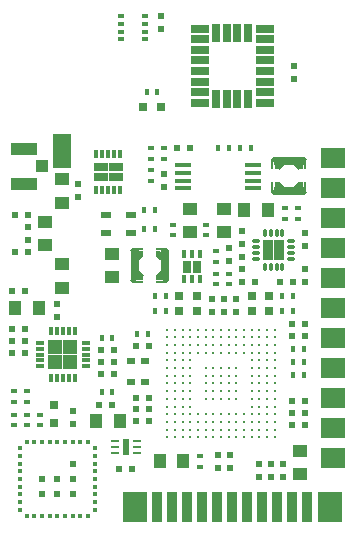
<source format=gts>
G04 #@! TF.FileFunction,Soldermask,Top*
%FSLAX46Y46*%
G04 Gerber Fmt 4.6, Leading zero omitted, Abs format (unit mm)*
G04 Created by KiCad (PCBNEW 4.0.2+dfsg1-stable) date Do 09 Mär 2017 02:24:01 CET*
%MOMM*%
G01*
G04 APERTURE LIST*
%ADD10C,0.100000*%
%ADD11R,2.032000X1.727200*%
%ADD12R,0.600000X0.500000*%
%ADD13R,1.450000X0.450000*%
%ADD14R,0.800000X0.600000*%
%ADD15R,0.500000X0.600000*%
%ADD16R,0.500000X0.350000*%
%ADD17R,0.400000X0.600000*%
%ADD18R,0.600000X0.400000*%
%ADD19O,0.750000X0.300000*%
%ADD20O,0.300000X0.750000*%
%ADD21R,0.900000X0.900000*%
%ADD22R,1.000000X1.250000*%
%ADD23R,0.300000X0.650000*%
%ADD24R,1.240000X0.775000*%
%ADD25R,0.300000X0.400000*%
%ADD26R,0.400000X0.300000*%
%ADD27R,0.500000X0.500000*%
%ADD28R,0.300000X0.730000*%
%ADD29R,0.730000X0.300000*%
%ADD30R,1.250000X1.250000*%
%ADD31R,0.350000X0.650000*%
%ADD32R,0.800000X1.000000*%
%ADD33R,1.250000X1.000000*%
%ADD34R,0.797560X0.797560*%
%ADD35R,0.900000X0.500000*%
%ADD36R,0.762000X2.540000*%
%ADD37R,0.889000X0.254000*%
%ADD38R,0.381000X0.444500*%
%ADD39R,2.540000X0.762000*%
%ADD40R,0.254000X0.889000*%
%ADD41R,0.444500X0.381000*%
%ADD42C,0.300000*%
%ADD43R,2.120000X2.500000*%
%ADD44R,0.850000X2.500000*%
%ADD45R,1.600000X0.700000*%
%ADD46R,0.700000X1.600000*%
%ADD47R,1.500000X3.000000*%
%ADD48R,0.700000X0.250000*%
%ADD49R,0.610000X0.710000*%
%ADD50R,2.200000X1.050000*%
%ADD51R,1.050000X1.000000*%
G04 APERTURE END LIST*
D10*
D11*
X75100000Y-118100000D03*
X75100000Y-115560000D03*
X75100000Y-113020000D03*
X75100000Y-110480000D03*
X75100000Y-107940000D03*
X75100000Y-105400000D03*
X75100000Y-102860000D03*
X75100000Y-100320000D03*
X75100000Y-97780000D03*
X75100000Y-95240000D03*
X75100000Y-92700000D03*
D12*
X58150000Y-119000000D03*
X57050000Y-119000000D03*
D13*
X68350000Y-95275000D03*
X68350000Y-94625000D03*
X68350000Y-93975000D03*
X68350000Y-93325000D03*
X62450000Y-93325000D03*
X62450000Y-93975000D03*
X62450000Y-94625000D03*
X62450000Y-95275000D03*
D12*
X58450000Y-108650000D03*
X59550000Y-108650000D03*
D14*
X58000000Y-109900000D03*
X59200000Y-109900000D03*
X58000000Y-111700000D03*
X59200000Y-111700000D03*
D12*
X58450000Y-115000000D03*
X59550000Y-115000000D03*
D15*
X60570000Y-81800000D03*
X60570000Y-80700000D03*
D16*
X59195000Y-82675000D03*
X59195000Y-82025000D03*
X59195000Y-81375000D03*
X59195000Y-80725000D03*
X57145000Y-82675000D03*
X57145000Y-82025000D03*
X57145000Y-81375000D03*
X57145000Y-80725000D03*
D17*
X55550000Y-107950000D03*
X56450000Y-107950000D03*
D18*
X60800000Y-91900000D03*
X60800000Y-92800000D03*
X66300000Y-102500000D03*
X66300000Y-103400000D03*
D15*
X66300000Y-100350000D03*
X66300000Y-101450000D03*
D19*
X68625000Y-99750000D03*
X68625000Y-100250000D03*
X68625000Y-100750000D03*
X68625000Y-101250000D03*
D20*
X69350000Y-101975000D03*
X69850000Y-101975000D03*
X70350000Y-101975000D03*
X70850000Y-101975000D03*
D19*
X71575000Y-101250000D03*
X71575000Y-100750000D03*
X71575000Y-100250000D03*
X71575000Y-99750000D03*
D20*
X70850000Y-99025000D03*
X70350000Y-99025000D03*
X69850000Y-99025000D03*
X69350000Y-99025000D03*
D21*
X70550000Y-100950000D03*
X70550000Y-100050000D03*
X69650000Y-100950000D03*
X69650000Y-100050000D03*
D22*
X69600000Y-97100000D03*
X67600000Y-97100000D03*
D23*
X55100000Y-95450000D03*
X55600000Y-95450000D03*
X56100000Y-95450000D03*
X56600000Y-95450000D03*
X57100000Y-95450000D03*
X57100000Y-92350000D03*
X56600000Y-92350000D03*
X56100000Y-92350000D03*
X55600000Y-92350000D03*
X55100000Y-92350000D03*
D24*
X56720000Y-93512500D03*
X55480000Y-93512500D03*
X56720000Y-94287500D03*
X55480000Y-94287500D03*
D15*
X60800000Y-94100000D03*
X60800000Y-95200000D03*
D18*
X59700000Y-94650000D03*
X59700000Y-93750000D03*
D17*
X60050000Y-98700000D03*
X59150000Y-98700000D03*
D25*
X49200000Y-123050000D03*
X49850000Y-123050000D03*
X50500000Y-123050000D03*
X51150000Y-123050000D03*
X51800000Y-123050000D03*
X52450000Y-123050000D03*
X53100000Y-123050000D03*
X53750000Y-123050000D03*
X54400000Y-123050000D03*
D26*
X54950000Y-121850000D03*
X54950000Y-121200000D03*
X54950000Y-120550000D03*
X54950000Y-119900000D03*
X54950000Y-119250000D03*
X54950000Y-118600000D03*
X54950000Y-117950000D03*
X54950000Y-117300000D03*
D25*
X54400000Y-116750000D03*
D26*
X54950000Y-122500000D03*
D25*
X53750000Y-116750000D03*
X53100000Y-116750000D03*
X52450000Y-116750000D03*
X51800000Y-116750000D03*
X51150000Y-116750000D03*
X50500000Y-116750000D03*
X49850000Y-116750000D03*
X49200000Y-116750000D03*
D26*
X48650000Y-117300000D03*
X48650000Y-117950000D03*
X48650000Y-118600000D03*
X48650000Y-119250000D03*
X48650000Y-119900000D03*
X48650000Y-120550000D03*
X48650000Y-121200000D03*
X48650000Y-121850000D03*
X48650000Y-122500000D03*
D27*
X51800000Y-119900000D03*
X51800000Y-121200000D03*
X50500000Y-119900000D03*
X50500000Y-121200000D03*
X53100000Y-119900000D03*
X53100000Y-121200000D03*
X53100000Y-118600000D03*
D12*
X49050000Y-108200000D03*
X47950000Y-108200000D03*
X71700000Y-107800000D03*
X72800000Y-107800000D03*
D15*
X53100000Y-115250000D03*
X53100000Y-114150000D03*
D18*
X49200000Y-112450000D03*
X49200000Y-113350000D03*
D17*
X60100000Y-104400000D03*
X61000000Y-104400000D03*
D12*
X56550000Y-111000000D03*
X55450000Y-111000000D03*
D18*
X48100000Y-114450000D03*
X48100000Y-115350000D03*
X50300000Y-114450000D03*
X50300000Y-115350000D03*
X48100000Y-112450000D03*
X48100000Y-113350000D03*
D28*
X53250000Y-107385000D03*
X52750000Y-107385000D03*
X52250000Y-107385000D03*
X51750000Y-107385000D03*
X51250000Y-107385000D03*
D29*
X50285000Y-108350000D03*
X50285000Y-108850000D03*
X50285000Y-109350000D03*
X50285000Y-109850000D03*
X50285000Y-110350000D03*
D28*
X51250000Y-111315000D03*
X51750000Y-111315000D03*
X52250000Y-111315000D03*
X52750000Y-111315000D03*
X53250000Y-111315000D03*
D29*
X54215000Y-110350000D03*
X54215000Y-109850000D03*
X54215000Y-109350000D03*
X54215000Y-108850000D03*
X54215000Y-108350000D03*
D30*
X51625000Y-109975000D03*
X52875000Y-109975000D03*
X51625000Y-108725000D03*
X52875000Y-108725000D03*
D31*
X62550000Y-102950000D03*
X63200000Y-102950000D03*
X63850000Y-102950000D03*
X63850000Y-100850000D03*
X63200000Y-100850000D03*
X62550000Y-100850000D03*
D32*
X63600000Y-101900000D03*
X62800000Y-101900000D03*
D12*
X61900000Y-91900000D03*
X63000000Y-91900000D03*
D33*
X63000000Y-99000000D03*
X63000000Y-97000000D03*
X56400000Y-102800000D03*
X56400000Y-100800000D03*
D15*
X67400000Y-99950000D03*
X67400000Y-98850000D03*
X67400000Y-101050000D03*
X67400000Y-102150000D03*
X72800000Y-100150000D03*
X72800000Y-99050000D03*
D12*
X68550000Y-103200000D03*
X67450000Y-103200000D03*
X70650000Y-103200000D03*
X71750000Y-103200000D03*
D15*
X72800000Y-102100000D03*
X72800000Y-103200000D03*
D12*
X49050000Y-107200000D03*
X47950000Y-107200000D03*
X49050000Y-109200000D03*
X47950000Y-109200000D03*
X56550000Y-109000000D03*
X55450000Y-109000000D03*
X49050000Y-104000000D03*
X47950000Y-104000000D03*
D15*
X51750000Y-105050000D03*
X51750000Y-106150000D03*
D12*
X55350000Y-113600000D03*
X56450000Y-113600000D03*
D15*
X68900000Y-118650000D03*
X68900000Y-119750000D03*
X69900000Y-118650000D03*
X69900000Y-119750000D03*
X70900000Y-118650000D03*
X70900000Y-119750000D03*
D12*
X59550000Y-113000000D03*
X58450000Y-113000000D03*
D15*
X64900000Y-105750000D03*
X64900000Y-104650000D03*
D12*
X71700000Y-106800000D03*
X72800000Y-106800000D03*
D15*
X65400000Y-117850000D03*
X65400000Y-118950000D03*
D12*
X71700000Y-114300000D03*
X72800000Y-114300000D03*
D15*
X66900000Y-105750000D03*
X66900000Y-104650000D03*
X66400000Y-117850000D03*
X66400000Y-118950000D03*
D12*
X71700000Y-113300000D03*
X72800000Y-113300000D03*
D15*
X65900000Y-105750000D03*
X65900000Y-104650000D03*
D12*
X58450000Y-114000000D03*
X59550000Y-114000000D03*
X71700000Y-115300000D03*
X72800000Y-115300000D03*
D34*
X69749300Y-105700000D03*
X68250700Y-105700000D03*
X69749300Y-104400000D03*
X68250700Y-104400000D03*
X62100000Y-104400000D03*
X63598600Y-104400000D03*
X62100000Y-105700000D03*
X63598600Y-105700000D03*
X51500000Y-115149300D03*
X51500000Y-113650700D03*
D18*
X59700000Y-92800000D03*
X59700000Y-91900000D03*
X71100000Y-96950000D03*
X71100000Y-97850000D03*
X72200000Y-97850000D03*
X72200000Y-96950000D03*
X64400000Y-98350000D03*
X64400000Y-99250000D03*
X65200000Y-100600000D03*
X65200000Y-101500000D03*
D17*
X71750000Y-105700000D03*
X70850000Y-105700000D03*
X60100000Y-105700000D03*
X61000000Y-105700000D03*
X71750000Y-111100000D03*
X72650000Y-111100000D03*
D35*
X55900000Y-97550000D03*
X55900000Y-99050000D03*
X58000000Y-99050000D03*
X58000000Y-97550000D03*
D12*
X56550000Y-110000000D03*
X55450000Y-110000000D03*
D17*
X55550000Y-112550000D03*
X56450000Y-112550000D03*
D33*
X72300000Y-117500000D03*
X72300000Y-119500000D03*
X65900000Y-97000000D03*
X65900000Y-99000000D03*
D17*
X60050000Y-97100000D03*
X59150000Y-97100000D03*
X72650000Y-110000000D03*
X71750000Y-110000000D03*
D36*
X60870000Y-101800000D03*
X58330000Y-101800000D03*
D37*
X60552500Y-103197000D03*
X60552500Y-100403000D03*
X58647500Y-103197000D03*
X58647500Y-100403000D03*
D38*
X60298500Y-100752250D03*
X58901500Y-100752250D03*
X58901500Y-102847750D03*
X60298500Y-102847750D03*
D10*
G36*
X60997000Y-100276038D02*
X61250962Y-100530000D01*
X60997000Y-100783962D01*
X60743038Y-100530000D01*
X60997000Y-100276038D01*
X60997000Y-100276038D01*
G37*
G36*
X60997000Y-102816038D02*
X61250962Y-103070000D01*
X60997000Y-103323962D01*
X60743038Y-103070000D01*
X60997000Y-102816038D01*
X60997000Y-102816038D01*
G37*
G36*
X58203000Y-102816038D02*
X58456962Y-103070000D01*
X58203000Y-103323962D01*
X57949038Y-103070000D01*
X58203000Y-102816038D01*
X58203000Y-102816038D01*
G37*
G36*
X58203000Y-100276038D02*
X58456962Y-100530000D01*
X58203000Y-100783962D01*
X57949038Y-100530000D01*
X58203000Y-100276038D01*
X58203000Y-100276038D01*
G37*
G36*
X60489000Y-100593737D02*
X60869763Y-100974500D01*
X60489000Y-101355263D01*
X60108237Y-100974500D01*
X60489000Y-100593737D01*
X60489000Y-100593737D01*
G37*
G36*
X60489000Y-102244737D02*
X60869763Y-102625500D01*
X60489000Y-103006263D01*
X60108237Y-102625500D01*
X60489000Y-102244737D01*
X60489000Y-102244737D01*
G37*
G36*
X58711000Y-102244737D02*
X59091763Y-102625500D01*
X58711000Y-103006263D01*
X58330237Y-102625500D01*
X58711000Y-102244737D01*
X58711000Y-102244737D01*
G37*
G36*
X58711000Y-100593737D02*
X59091763Y-100974500D01*
X58711000Y-101355263D01*
X58330237Y-100974500D01*
X58711000Y-100593737D01*
X58711000Y-100593737D01*
G37*
D22*
X55100000Y-115000000D03*
X57100000Y-115000000D03*
D17*
X71750000Y-108900000D03*
X72650000Y-108900000D03*
X67300000Y-91900000D03*
X68200000Y-91900000D03*
X65387530Y-91900000D03*
X66287530Y-91900000D03*
D39*
X71400000Y-92930000D03*
X71400000Y-95470000D03*
D40*
X72797000Y-93247500D03*
X70003000Y-93247500D03*
X72797000Y-95152500D03*
X70003000Y-95152500D03*
D41*
X70352250Y-93501500D03*
X70352250Y-94898500D03*
X72447750Y-94898500D03*
X72447750Y-93501500D03*
D10*
G36*
X69876038Y-92803000D02*
X70130000Y-92549038D01*
X70383962Y-92803000D01*
X70130000Y-93056962D01*
X69876038Y-92803000D01*
X69876038Y-92803000D01*
G37*
G36*
X72416038Y-92803000D02*
X72670000Y-92549038D01*
X72923962Y-92803000D01*
X72670000Y-93056962D01*
X72416038Y-92803000D01*
X72416038Y-92803000D01*
G37*
G36*
X72416038Y-95597000D02*
X72670000Y-95343038D01*
X72923962Y-95597000D01*
X72670000Y-95850962D01*
X72416038Y-95597000D01*
X72416038Y-95597000D01*
G37*
G36*
X69876038Y-95597000D02*
X70130000Y-95343038D01*
X70383962Y-95597000D01*
X70130000Y-95850962D01*
X69876038Y-95597000D01*
X69876038Y-95597000D01*
G37*
G36*
X70193737Y-93311000D02*
X70574500Y-92930237D01*
X70955263Y-93311000D01*
X70574500Y-93691763D01*
X70193737Y-93311000D01*
X70193737Y-93311000D01*
G37*
G36*
X71844737Y-93311000D02*
X72225500Y-92930237D01*
X72606263Y-93311000D01*
X72225500Y-93691763D01*
X71844737Y-93311000D01*
X71844737Y-93311000D01*
G37*
G36*
X71844737Y-95089000D02*
X72225500Y-94708237D01*
X72606263Y-95089000D01*
X72225500Y-95469763D01*
X71844737Y-95089000D01*
X71844737Y-95089000D01*
G37*
G36*
X70193737Y-95089000D02*
X70574500Y-94708237D01*
X70955263Y-95089000D01*
X70574500Y-95469763D01*
X70193737Y-95089000D01*
X70193737Y-95089000D01*
G37*
D42*
X65650000Y-111800000D03*
X66300000Y-111800000D03*
X66300000Y-112450000D03*
X65650000Y-112450000D03*
X65000000Y-112450000D03*
X65000000Y-111800000D03*
X65000000Y-111150000D03*
X65650000Y-111150000D03*
X66300000Y-111150000D03*
X66950000Y-111150000D03*
X66950000Y-111800000D03*
X66950000Y-112450000D03*
X66950000Y-113100000D03*
X66300000Y-113100000D03*
X65650000Y-113100000D03*
X65000000Y-113100000D03*
X64350000Y-113100000D03*
X64350000Y-112450000D03*
X64350000Y-111800000D03*
X64350000Y-111150000D03*
X64350000Y-110500000D03*
X65000000Y-110500000D03*
X65650000Y-110500000D03*
X66300000Y-110500000D03*
X66950000Y-110500000D03*
X68250000Y-114400000D03*
X68250000Y-113750000D03*
X68250000Y-113100000D03*
X68250000Y-112450000D03*
X68250000Y-111800000D03*
X68250000Y-115050000D03*
X68250000Y-115700000D03*
X68250000Y-116350000D03*
X68900000Y-113100000D03*
X69550000Y-113100000D03*
X70200000Y-113100000D03*
X70200000Y-113750000D03*
X70200000Y-114400000D03*
X70200000Y-115050000D03*
X70200000Y-115700000D03*
X70200000Y-116350000D03*
X69550000Y-116350000D03*
X68900000Y-116350000D03*
X68900000Y-115700000D03*
X69550000Y-115700000D03*
X69550000Y-115050000D03*
X68900000Y-115050000D03*
X68900000Y-114400000D03*
X69550000Y-114400000D03*
X69550000Y-113750000D03*
X68900000Y-113750000D03*
X70200000Y-112450000D03*
X69550000Y-112450000D03*
X68900000Y-112450000D03*
X68900000Y-111800000D03*
X69550000Y-111800000D03*
X70200000Y-111800000D03*
X70200000Y-111150000D03*
X69550000Y-111150000D03*
X68900000Y-111150000D03*
X68250000Y-111150000D03*
X68250000Y-110500000D03*
X68900000Y-110500000D03*
X69550000Y-110500000D03*
X70200000Y-110500000D03*
X70200000Y-109850000D03*
X69550000Y-109850000D03*
X68900000Y-109850000D03*
X68250000Y-109850000D03*
X66950000Y-109200000D03*
X66950000Y-108550000D03*
X66950000Y-107900000D03*
X66950000Y-107250000D03*
X67600000Y-107250000D03*
X68250000Y-107250000D03*
X68900000Y-107250000D03*
X69550000Y-107250000D03*
X70200000Y-107250000D03*
X70200000Y-107900000D03*
X70200000Y-108550000D03*
X70200000Y-109200000D03*
X69550000Y-109200000D03*
X68900000Y-109200000D03*
X68250000Y-109200000D03*
X67600000Y-109200000D03*
X67600000Y-108550000D03*
X67600000Y-107900000D03*
X68250000Y-107900000D03*
X68900000Y-107900000D03*
X69550000Y-107900000D03*
X69550000Y-108550000D03*
X68900000Y-108550000D03*
X68250000Y-108550000D03*
X66300000Y-107250000D03*
X65650000Y-107250000D03*
X63050000Y-110500000D03*
X62400000Y-110500000D03*
X61750000Y-110500000D03*
X61100000Y-110500000D03*
X61100000Y-109850000D03*
X61100000Y-109200000D03*
X61100000Y-108550000D03*
X61100000Y-107900000D03*
X61100000Y-107250000D03*
X61750000Y-107250000D03*
X62400000Y-107250000D03*
X63050000Y-107250000D03*
X63700000Y-107250000D03*
X64350000Y-107250000D03*
X65000000Y-107250000D03*
X66300000Y-107900000D03*
X65650000Y-107900000D03*
X65000000Y-107900000D03*
X64350000Y-107900000D03*
X63700000Y-107900000D03*
X63050000Y-107900000D03*
X62400000Y-107900000D03*
X61750000Y-107900000D03*
X61750000Y-108550000D03*
X62400000Y-108550000D03*
X63700000Y-108550000D03*
X66300000Y-109200000D03*
X65650000Y-109200000D03*
X65000000Y-109200000D03*
X64350000Y-109200000D03*
X63700000Y-109200000D03*
X63050000Y-109200000D03*
X63050000Y-109850000D03*
X62400000Y-109850000D03*
X61750000Y-109850000D03*
X61750000Y-109200000D03*
X62400000Y-109200000D03*
X63050000Y-108550000D03*
X64350000Y-108550000D03*
X65000000Y-108550000D03*
X65650000Y-108550000D03*
X66300000Y-108550000D03*
X63050000Y-111150000D03*
X63050000Y-111800000D03*
X63050000Y-112450000D03*
X63050000Y-113100000D03*
X63050000Y-113750000D03*
X63050000Y-114400000D03*
X63700000Y-114400000D03*
X64350000Y-114400000D03*
X65000000Y-114400000D03*
X67600000Y-114400000D03*
X66950000Y-114400000D03*
X66300000Y-114400000D03*
X65650000Y-114400000D03*
X67600000Y-116350000D03*
X66950000Y-116350000D03*
X66300000Y-116350000D03*
X65650000Y-116350000D03*
X65000000Y-116350000D03*
X64350000Y-116350000D03*
X63700000Y-116350000D03*
X63050000Y-116350000D03*
X62400000Y-116350000D03*
X61750000Y-116350000D03*
X61100000Y-116350000D03*
X61100000Y-115700000D03*
X61100000Y-115050000D03*
X61100000Y-113750000D03*
X61100000Y-114400000D03*
X61100000Y-113100000D03*
X61100000Y-112450000D03*
X61100000Y-111800000D03*
X61100000Y-111150000D03*
X61750000Y-111150000D03*
X61750000Y-111800000D03*
X61750000Y-112450000D03*
X61750000Y-113100000D03*
X61750000Y-113750000D03*
X61750000Y-114400000D03*
X61750000Y-115050000D03*
X61750000Y-115700000D03*
X62400000Y-115700000D03*
X63050000Y-115700000D03*
X63700000Y-115700000D03*
X64350000Y-115700000D03*
X65000000Y-115700000D03*
X65650000Y-115700000D03*
X66950000Y-115700000D03*
X66300000Y-115700000D03*
X67600000Y-115700000D03*
X67600000Y-115050000D03*
X66950000Y-115050000D03*
X66300000Y-115050000D03*
X65650000Y-115050000D03*
X65000000Y-115050000D03*
X64350000Y-115050000D03*
X63700000Y-115050000D03*
X63050000Y-115050000D03*
X62400000Y-115050000D03*
X62400000Y-114400000D03*
X62400000Y-113750000D03*
X62400000Y-113100000D03*
X62400000Y-112450000D03*
X62400000Y-111800000D03*
X62400000Y-111150000D03*
D18*
X61600000Y-99250000D03*
X61600000Y-98350000D03*
D17*
X71750000Y-104400000D03*
X70850000Y-104400000D03*
X58550000Y-107600000D03*
X59450000Y-107600000D03*
D18*
X65200000Y-102500000D03*
X65200000Y-103400000D03*
X49200000Y-114450000D03*
X49200000Y-115350000D03*
X63900000Y-117950000D03*
X63900000Y-118850000D03*
D43*
X74840000Y-122300000D03*
D44*
X72935000Y-122300000D03*
X71665000Y-122300000D03*
X70395000Y-122300000D03*
X69125000Y-122300000D03*
X67855000Y-122300000D03*
X66585000Y-122300000D03*
X65315000Y-122300000D03*
X64045000Y-122300000D03*
X62775000Y-122300000D03*
X61505000Y-122300000D03*
X60235000Y-122300000D03*
D43*
X58330000Y-122300000D03*
D34*
X59070000Y-88400000D03*
X60568600Y-88400000D03*
D17*
X60270000Y-87100000D03*
X59370000Y-87100000D03*
D15*
X71870000Y-84900000D03*
X71870000Y-86000000D03*
D45*
X63835000Y-81750000D03*
X63835000Y-82650000D03*
X63835000Y-83550000D03*
X63835000Y-84450000D03*
X63835000Y-85350000D03*
X63835000Y-86250000D03*
X63835000Y-87150000D03*
X63835000Y-88050000D03*
D46*
X65235000Y-87700000D03*
X66135000Y-87700000D03*
X67035000Y-87700000D03*
X67935000Y-87700000D03*
D45*
X69335000Y-88050000D03*
X69335000Y-87150000D03*
X69335000Y-86250000D03*
X69335000Y-85350000D03*
X69335000Y-84450000D03*
X69335000Y-83550000D03*
X69335000Y-82650000D03*
X69335000Y-81750000D03*
D46*
X67935000Y-82100000D03*
X67035000Y-82100000D03*
X66135000Y-82100000D03*
X65235000Y-82100000D03*
D15*
X49350000Y-99650000D03*
X49350000Y-98550000D03*
D12*
X49300000Y-97500000D03*
X48200000Y-97500000D03*
D15*
X53550000Y-96050000D03*
X53550000Y-94950000D03*
D22*
X50200000Y-105400000D03*
X48200000Y-105400000D03*
D33*
X52150000Y-101700000D03*
X52150000Y-103700000D03*
X50750000Y-98100000D03*
X50750000Y-100100000D03*
X52150000Y-94500000D03*
X52150000Y-96500000D03*
D12*
X49300000Y-100700000D03*
X48200000Y-100700000D03*
D47*
X52150000Y-92150000D03*
D22*
X60450000Y-118400000D03*
X62450000Y-118400000D03*
D48*
X58525000Y-117700000D03*
X58525000Y-117200000D03*
X58525000Y-116700000D03*
X56675000Y-116700000D03*
X56675000Y-117200000D03*
X56675000Y-117700000D03*
D49*
X57600000Y-116845000D03*
X57600000Y-117555000D03*
D50*
X49000000Y-91925000D03*
X49000000Y-94875000D03*
D51*
X50525000Y-93400000D03*
M02*

</source>
